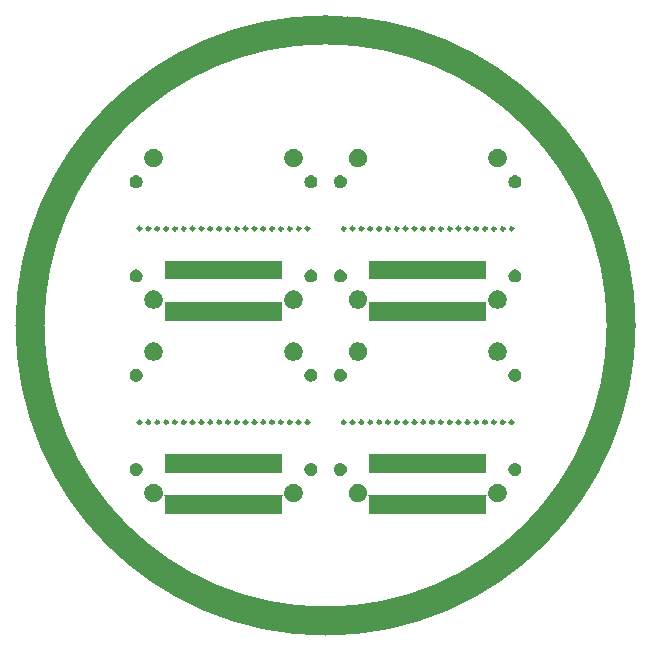
<source format=gbr>
G04 #@! TF.GenerationSoftware,KiCad,Pcbnew,(5.1.4)-1*
G04 #@! TF.CreationDate,2019-10-08T18:00:11-06:00*
G04 #@! TF.ProjectId,Gateway02,47617465-7761-4793-9032-2e6b69636164,rev?*
G04 #@! TF.SameCoordinates,Original*
G04 #@! TF.FileFunction,Soldermask,Top*
G04 #@! TF.FilePolarity,Negative*
%FSLAX46Y46*%
G04 Gerber Fmt 4.6, Leading zero omitted, Abs format (unit mm)*
G04 Created by KiCad (PCBNEW (5.1.4)-1) date 2019-10-08 18:00:11*
%MOMM*%
%LPD*%
G04 APERTURE LIST*
%ADD10C,0.150000*%
%ADD11C,0.250000*%
%ADD12C,2.450000*%
%ADD13C,0.100000*%
G04 APERTURE END LIST*
D10*
X95434000Y-105443000D02*
G75*
G03X95434000Y-105443000I-50000J0D01*
G01*
X108154000Y-105443000D02*
G75*
G03X108154000Y-105443000I-50000J0D01*
G01*
D11*
X108254000Y-105443000D02*
G75*
G03X108254000Y-105443000I-150000J0D01*
G01*
D10*
X98434000Y-105443000D02*
G75*
G03X98434000Y-105443000I-50000J0D01*
G01*
D11*
X97034000Y-105443000D02*
G75*
G03X97034000Y-105443000I-150000J0D01*
G01*
D10*
X96184000Y-105443000D02*
G75*
G03X96184000Y-105443000I-50000J0D01*
G01*
D11*
X95534000Y-105443000D02*
G75*
G03X95534000Y-105443000I-150000J0D01*
G01*
D10*
X96934000Y-105443000D02*
G75*
G03X96934000Y-105443000I-50000J0D01*
G01*
D11*
X98534000Y-105443000D02*
G75*
G03X98534000Y-105443000I-150000J0D01*
G01*
D10*
X106654000Y-105443000D02*
G75*
G03X106654000Y-105443000I-50000J0D01*
G01*
D11*
X107504000Y-105443000D02*
G75*
G03X107504000Y-105443000I-150000J0D01*
G01*
X96284000Y-105443000D02*
G75*
G03X96284000Y-105443000I-150000J0D01*
G01*
X109004000Y-105443000D02*
G75*
G03X109004000Y-105443000I-150000J0D01*
G01*
D10*
X107404000Y-105443000D02*
G75*
G03X107404000Y-105443000I-50000J0D01*
G01*
X109654000Y-105443000D02*
G75*
G03X109654000Y-105443000I-50000J0D01*
G01*
D11*
X106754000Y-105443000D02*
G75*
G03X106754000Y-105443000I-150000J0D01*
G01*
D10*
X108904000Y-105443000D02*
G75*
G03X108904000Y-105443000I-50000J0D01*
G01*
D11*
X109754000Y-105443000D02*
G75*
G03X109754000Y-105443000I-150000J0D01*
G01*
D10*
X97684000Y-105443000D02*
G75*
G03X97684000Y-105443000I-50000J0D01*
G01*
D11*
X97784000Y-105443000D02*
G75*
G03X97784000Y-105443000I-150000J0D01*
G01*
D10*
X99174000Y-105443000D02*
G75*
G03X99174000Y-105443000I-50000J0D01*
G01*
X104424000Y-105443000D02*
G75*
G03X104424000Y-105443000I-50000J0D01*
G01*
D11*
X99274000Y-105443000D02*
G75*
G03X99274000Y-105443000I-150000J0D01*
G01*
D10*
X103674000Y-105443000D02*
G75*
G03X103674000Y-105443000I-50000J0D01*
G01*
X105924000Y-105443000D02*
G75*
G03X105924000Y-105443000I-50000J0D01*
G01*
D11*
X105264000Y-105443000D02*
G75*
G03X105264000Y-105443000I-150000J0D01*
G01*
D10*
X105174000Y-105443000D02*
G75*
G03X105174000Y-105443000I-50000J0D01*
G01*
X102924000Y-105443000D02*
G75*
G03X102924000Y-105443000I-50000J0D01*
G01*
D11*
X106014000Y-105443000D02*
G75*
G03X106014000Y-105443000I-150000J0D01*
G01*
X103014000Y-105443000D02*
G75*
G03X103014000Y-105443000I-150000J0D01*
G01*
X103764000Y-105443000D02*
G75*
G03X103764000Y-105443000I-150000J0D01*
G01*
D10*
X102174000Y-105443000D02*
G75*
G03X102174000Y-105443000I-50000J0D01*
G01*
D11*
X102274000Y-105443000D02*
G75*
G03X102274000Y-105443000I-150000J0D01*
G01*
X101524000Y-105443000D02*
G75*
G03X101524000Y-105443000I-150000J0D01*
G01*
D10*
X99924000Y-105443000D02*
G75*
G03X99924000Y-105443000I-50000J0D01*
G01*
D11*
X100774000Y-105443000D02*
G75*
G03X100774000Y-105443000I-150000J0D01*
G01*
X104514000Y-105443000D02*
G75*
G03X104514000Y-105443000I-150000J0D01*
G01*
D10*
X101424000Y-105443000D02*
G75*
G03X101424000Y-105443000I-50000J0D01*
G01*
X100674000Y-105443000D02*
G75*
G03X100674000Y-105443000I-50000J0D01*
G01*
D11*
X100024000Y-105443000D02*
G75*
G03X100024000Y-105443000I-150000J0D01*
G01*
D10*
X78150000Y-105443000D02*
G75*
G03X78150000Y-105443000I-50000J0D01*
G01*
X90870000Y-105443000D02*
G75*
G03X90870000Y-105443000I-50000J0D01*
G01*
D11*
X90970000Y-105443000D02*
G75*
G03X90970000Y-105443000I-150000J0D01*
G01*
D10*
X81150000Y-105443000D02*
G75*
G03X81150000Y-105443000I-50000J0D01*
G01*
D11*
X79750000Y-105443000D02*
G75*
G03X79750000Y-105443000I-150000J0D01*
G01*
D10*
X78900000Y-105443000D02*
G75*
G03X78900000Y-105443000I-50000J0D01*
G01*
D11*
X78250000Y-105443000D02*
G75*
G03X78250000Y-105443000I-150000J0D01*
G01*
D10*
X79650000Y-105443000D02*
G75*
G03X79650000Y-105443000I-50000J0D01*
G01*
D11*
X81250000Y-105443000D02*
G75*
G03X81250000Y-105443000I-150000J0D01*
G01*
D10*
X89370000Y-105443000D02*
G75*
G03X89370000Y-105443000I-50000J0D01*
G01*
D11*
X90220000Y-105443000D02*
G75*
G03X90220000Y-105443000I-150000J0D01*
G01*
X79000000Y-105443000D02*
G75*
G03X79000000Y-105443000I-150000J0D01*
G01*
X91720000Y-105443000D02*
G75*
G03X91720000Y-105443000I-150000J0D01*
G01*
D10*
X90120000Y-105443000D02*
G75*
G03X90120000Y-105443000I-50000J0D01*
G01*
X92370000Y-105443000D02*
G75*
G03X92370000Y-105443000I-50000J0D01*
G01*
D11*
X89470000Y-105443000D02*
G75*
G03X89470000Y-105443000I-150000J0D01*
G01*
D10*
X91620000Y-105443000D02*
G75*
G03X91620000Y-105443000I-50000J0D01*
G01*
D11*
X92470000Y-105443000D02*
G75*
G03X92470000Y-105443000I-150000J0D01*
G01*
D10*
X80400000Y-105443000D02*
G75*
G03X80400000Y-105443000I-50000J0D01*
G01*
D11*
X80500000Y-105443000D02*
G75*
G03X80500000Y-105443000I-150000J0D01*
G01*
D10*
X81890000Y-105443000D02*
G75*
G03X81890000Y-105443000I-50000J0D01*
G01*
X87140000Y-105443000D02*
G75*
G03X87140000Y-105443000I-50000J0D01*
G01*
D11*
X81990000Y-105443000D02*
G75*
G03X81990000Y-105443000I-150000J0D01*
G01*
D10*
X86390000Y-105443000D02*
G75*
G03X86390000Y-105443000I-50000J0D01*
G01*
X88640000Y-105443000D02*
G75*
G03X88640000Y-105443000I-50000J0D01*
G01*
D11*
X87980000Y-105443000D02*
G75*
G03X87980000Y-105443000I-150000J0D01*
G01*
D10*
X87890000Y-105443000D02*
G75*
G03X87890000Y-105443000I-50000J0D01*
G01*
X85640000Y-105443000D02*
G75*
G03X85640000Y-105443000I-50000J0D01*
G01*
D11*
X88730000Y-105443000D02*
G75*
G03X88730000Y-105443000I-150000J0D01*
G01*
X85730000Y-105443000D02*
G75*
G03X85730000Y-105443000I-150000J0D01*
G01*
X86480000Y-105443000D02*
G75*
G03X86480000Y-105443000I-150000J0D01*
G01*
D10*
X84890000Y-105443000D02*
G75*
G03X84890000Y-105443000I-50000J0D01*
G01*
D11*
X84990000Y-105443000D02*
G75*
G03X84990000Y-105443000I-150000J0D01*
G01*
X84240000Y-105443000D02*
G75*
G03X84240000Y-105443000I-150000J0D01*
G01*
D10*
X82640000Y-105443000D02*
G75*
G03X82640000Y-105443000I-50000J0D01*
G01*
D11*
X83490000Y-105443000D02*
G75*
G03X83490000Y-105443000I-150000J0D01*
G01*
X87230000Y-105443000D02*
G75*
G03X87230000Y-105443000I-150000J0D01*
G01*
D10*
X84140000Y-105443000D02*
G75*
G03X84140000Y-105443000I-50000J0D01*
G01*
X83390000Y-105443000D02*
G75*
G03X83390000Y-105443000I-50000J0D01*
G01*
D11*
X82740000Y-105443000D02*
G75*
G03X82740000Y-105443000I-150000J0D01*
G01*
D10*
X95434000Y-89057000D02*
G75*
G03X95434000Y-89057000I-50000J0D01*
G01*
X108154000Y-89057000D02*
G75*
G03X108154000Y-89057000I-50000J0D01*
G01*
D11*
X108254000Y-89057000D02*
G75*
G03X108254000Y-89057000I-150000J0D01*
G01*
D10*
X98434000Y-89057000D02*
G75*
G03X98434000Y-89057000I-50000J0D01*
G01*
D11*
X97034000Y-89057000D02*
G75*
G03X97034000Y-89057000I-150000J0D01*
G01*
D10*
X96184000Y-89057000D02*
G75*
G03X96184000Y-89057000I-50000J0D01*
G01*
D11*
X95534000Y-89057000D02*
G75*
G03X95534000Y-89057000I-150000J0D01*
G01*
D10*
X96934000Y-89057000D02*
G75*
G03X96934000Y-89057000I-50000J0D01*
G01*
D11*
X98534000Y-89057000D02*
G75*
G03X98534000Y-89057000I-150000J0D01*
G01*
D10*
X106654000Y-89057000D02*
G75*
G03X106654000Y-89057000I-50000J0D01*
G01*
D11*
X107504000Y-89057000D02*
G75*
G03X107504000Y-89057000I-150000J0D01*
G01*
X96284000Y-89057000D02*
G75*
G03X96284000Y-89057000I-150000J0D01*
G01*
X109004000Y-89057000D02*
G75*
G03X109004000Y-89057000I-150000J0D01*
G01*
D10*
X107404000Y-89057000D02*
G75*
G03X107404000Y-89057000I-50000J0D01*
G01*
X109654000Y-89057000D02*
G75*
G03X109654000Y-89057000I-50000J0D01*
G01*
D11*
X106754000Y-89057000D02*
G75*
G03X106754000Y-89057000I-150000J0D01*
G01*
D10*
X108904000Y-89057000D02*
G75*
G03X108904000Y-89057000I-50000J0D01*
G01*
D11*
X109754000Y-89057000D02*
G75*
G03X109754000Y-89057000I-150000J0D01*
G01*
D10*
X97684000Y-89057000D02*
G75*
G03X97684000Y-89057000I-50000J0D01*
G01*
D11*
X97784000Y-89057000D02*
G75*
G03X97784000Y-89057000I-150000J0D01*
G01*
D10*
X99174000Y-89057000D02*
G75*
G03X99174000Y-89057000I-50000J0D01*
G01*
X104424000Y-89057000D02*
G75*
G03X104424000Y-89057000I-50000J0D01*
G01*
D11*
X99274000Y-89057000D02*
G75*
G03X99274000Y-89057000I-150000J0D01*
G01*
D10*
X103674000Y-89057000D02*
G75*
G03X103674000Y-89057000I-50000J0D01*
G01*
X105924000Y-89057000D02*
G75*
G03X105924000Y-89057000I-50000J0D01*
G01*
D11*
X105264000Y-89057000D02*
G75*
G03X105264000Y-89057000I-150000J0D01*
G01*
D10*
X105174000Y-89057000D02*
G75*
G03X105174000Y-89057000I-50000J0D01*
G01*
X102924000Y-89057000D02*
G75*
G03X102924000Y-89057000I-50000J0D01*
G01*
D11*
X106014000Y-89057000D02*
G75*
G03X106014000Y-89057000I-150000J0D01*
G01*
X103014000Y-89057000D02*
G75*
G03X103014000Y-89057000I-150000J0D01*
G01*
X103764000Y-89057000D02*
G75*
G03X103764000Y-89057000I-150000J0D01*
G01*
D10*
X102174000Y-89057000D02*
G75*
G03X102174000Y-89057000I-50000J0D01*
G01*
D11*
X102274000Y-89057000D02*
G75*
G03X102274000Y-89057000I-150000J0D01*
G01*
X101524000Y-89057000D02*
G75*
G03X101524000Y-89057000I-150000J0D01*
G01*
D10*
X99924000Y-89057000D02*
G75*
G03X99924000Y-89057000I-50000J0D01*
G01*
D11*
X100774000Y-89057000D02*
G75*
G03X100774000Y-89057000I-150000J0D01*
G01*
X104514000Y-89057000D02*
G75*
G03X104514000Y-89057000I-150000J0D01*
G01*
D10*
X101424000Y-89057000D02*
G75*
G03X101424000Y-89057000I-50000J0D01*
G01*
X100674000Y-89057000D02*
G75*
G03X100674000Y-89057000I-50000J0D01*
G01*
D11*
X100024000Y-89057000D02*
G75*
G03X100024000Y-89057000I-150000J0D01*
G01*
D10*
X78150000Y-89057000D02*
G75*
G03X78150000Y-89057000I-50000J0D01*
G01*
D11*
X78250000Y-89057000D02*
G75*
G03X78250000Y-89057000I-150000J0D01*
G01*
D10*
X81150000Y-89057000D02*
G75*
G03X81150000Y-89057000I-50000J0D01*
G01*
D11*
X81250000Y-89057000D02*
G75*
G03X81250000Y-89057000I-150000J0D01*
G01*
X80500000Y-89057000D02*
G75*
G03X80500000Y-89057000I-150000J0D01*
G01*
D10*
X78900000Y-89057000D02*
G75*
G03X78900000Y-89057000I-50000J0D01*
G01*
D11*
X79750000Y-89057000D02*
G75*
G03X79750000Y-89057000I-150000J0D01*
G01*
D10*
X80400000Y-89057000D02*
G75*
G03X80400000Y-89057000I-50000J0D01*
G01*
X79650000Y-89057000D02*
G75*
G03X79650000Y-89057000I-50000J0D01*
G01*
D11*
X79000000Y-89057000D02*
G75*
G03X79000000Y-89057000I-150000J0D01*
G01*
D10*
X90870000Y-89057000D02*
G75*
G03X90870000Y-89057000I-50000J0D01*
G01*
X90120000Y-89057000D02*
G75*
G03X90120000Y-89057000I-50000J0D01*
G01*
X92370000Y-89057000D02*
G75*
G03X92370000Y-89057000I-50000J0D01*
G01*
D11*
X91720000Y-89057000D02*
G75*
G03X91720000Y-89057000I-150000J0D01*
G01*
D10*
X91620000Y-89057000D02*
G75*
G03X91620000Y-89057000I-50000J0D01*
G01*
X89370000Y-89057000D02*
G75*
G03X89370000Y-89057000I-50000J0D01*
G01*
D11*
X92470000Y-89057000D02*
G75*
G03X92470000Y-89057000I-150000J0D01*
G01*
X89470000Y-89057000D02*
G75*
G03X89470000Y-89057000I-150000J0D01*
G01*
X90220000Y-89057000D02*
G75*
G03X90220000Y-89057000I-150000J0D01*
G01*
X90970000Y-89057000D02*
G75*
G03X90970000Y-89057000I-150000J0D01*
G01*
X82740000Y-89057000D02*
G75*
G03X82740000Y-89057000I-150000J0D01*
G01*
D10*
X83390000Y-89057000D02*
G75*
G03X83390000Y-89057000I-50000J0D01*
G01*
X84140000Y-89057000D02*
G75*
G03X84140000Y-89057000I-50000J0D01*
G01*
D11*
X87230000Y-89057000D02*
G75*
G03X87230000Y-89057000I-150000J0D01*
G01*
X83490000Y-89057000D02*
G75*
G03X83490000Y-89057000I-150000J0D01*
G01*
D10*
X82640000Y-89057000D02*
G75*
G03X82640000Y-89057000I-50000J0D01*
G01*
D11*
X84240000Y-89057000D02*
G75*
G03X84240000Y-89057000I-150000J0D01*
G01*
X84990000Y-89057000D02*
G75*
G03X84990000Y-89057000I-150000J0D01*
G01*
D10*
X84890000Y-89057000D02*
G75*
G03X84890000Y-89057000I-50000J0D01*
G01*
D11*
X86480000Y-89057000D02*
G75*
G03X86480000Y-89057000I-150000J0D01*
G01*
X85730000Y-89057000D02*
G75*
G03X85730000Y-89057000I-150000J0D01*
G01*
X88730000Y-89057000D02*
G75*
G03X88730000Y-89057000I-150000J0D01*
G01*
D10*
X85640000Y-89057000D02*
G75*
G03X85640000Y-89057000I-50000J0D01*
G01*
X87890000Y-89057000D02*
G75*
G03X87890000Y-89057000I-50000J0D01*
G01*
D11*
X87980000Y-89057000D02*
G75*
G03X87980000Y-89057000I-150000J0D01*
G01*
D10*
X88640000Y-89057000D02*
G75*
G03X88640000Y-89057000I-50000J0D01*
G01*
X86390000Y-89057000D02*
G75*
G03X86390000Y-89057000I-50000J0D01*
G01*
D11*
X81990000Y-89057000D02*
G75*
G03X81990000Y-89057000I-150000J0D01*
G01*
D10*
X87140000Y-89057000D02*
G75*
G03X87140000Y-89057000I-50000J0D01*
G01*
X81890000Y-89057000D02*
G75*
G03X81890000Y-89057000I-50000J0D01*
G01*
D12*
X118877000Y-97250000D02*
G75*
G03X118877000Y-97250000I-25025000J0D01*
G01*
D13*
G36*
X90215553Y-111643481D02*
G01*
X90196611Y-111659026D01*
X90181066Y-111677968D01*
X90169515Y-111699579D01*
X90162402Y-111723028D01*
X90160000Y-111747413D01*
X90160000Y-113243000D01*
X80260000Y-113243000D01*
X80260000Y-111747413D01*
X80257598Y-111723027D01*
X80250485Y-111699578D01*
X80238934Y-111677967D01*
X80223389Y-111659025D01*
X80204447Y-111643480D01*
X80203549Y-111643000D01*
X90216453Y-111643000D01*
X90215553Y-111643481D01*
X90215553Y-111643481D01*
G37*
G36*
X107499553Y-111643481D02*
G01*
X107480611Y-111659026D01*
X107465066Y-111677968D01*
X107453515Y-111699579D01*
X107446402Y-111723028D01*
X107444000Y-111747413D01*
X107444000Y-113243000D01*
X97544000Y-113243000D01*
X97544000Y-111747413D01*
X97541598Y-111723027D01*
X97534485Y-111699578D01*
X97522934Y-111677967D01*
X97507389Y-111659025D01*
X97488447Y-111643480D01*
X97487549Y-111643000D01*
X107500453Y-111643000D01*
X107499553Y-111643481D01*
X107499553Y-111643481D01*
G37*
G36*
X108640348Y-110686820D02*
G01*
X108640350Y-110686821D01*
X108640351Y-110686821D01*
X108781574Y-110745317D01*
X108781577Y-110745319D01*
X108908669Y-110830239D01*
X109016761Y-110938331D01*
X109101681Y-111065423D01*
X109101683Y-111065426D01*
X109160179Y-111206649D01*
X109160180Y-111206652D01*
X109190000Y-111356569D01*
X109190000Y-111509431D01*
X109163432Y-111643000D01*
X109160179Y-111659351D01*
X109101683Y-111800574D01*
X109101681Y-111800577D01*
X109016761Y-111927669D01*
X108908669Y-112035761D01*
X108781577Y-112120681D01*
X108781574Y-112120683D01*
X108640351Y-112179179D01*
X108640350Y-112179179D01*
X108640348Y-112179180D01*
X108490431Y-112209000D01*
X108337569Y-112209000D01*
X108187652Y-112179180D01*
X108187650Y-112179179D01*
X108187649Y-112179179D01*
X108046426Y-112120683D01*
X108046423Y-112120681D01*
X107919331Y-112035761D01*
X107811239Y-111927669D01*
X107726319Y-111800577D01*
X107726317Y-111800574D01*
X107684483Y-111699577D01*
X107672931Y-111677967D01*
X107657386Y-111659025D01*
X107638444Y-111643480D01*
X107616833Y-111631929D01*
X107593384Y-111624816D01*
X107579596Y-111623458D01*
X107582447Y-111621934D01*
X107601389Y-111606389D01*
X107616934Y-111587447D01*
X107628485Y-111565836D01*
X107635598Y-111542387D01*
X107638000Y-111518001D01*
X107638000Y-111356569D01*
X107667820Y-111206652D01*
X107667821Y-111206649D01*
X107726317Y-111065426D01*
X107726319Y-111065423D01*
X107811239Y-110938331D01*
X107919331Y-110830239D01*
X108046423Y-110745319D01*
X108046426Y-110745317D01*
X108187649Y-110686821D01*
X108187650Y-110686821D01*
X108187652Y-110686820D01*
X108337569Y-110657000D01*
X108490431Y-110657000D01*
X108640348Y-110686820D01*
X108640348Y-110686820D01*
G37*
G36*
X96800348Y-110686820D02*
G01*
X96800350Y-110686821D01*
X96800351Y-110686821D01*
X96941574Y-110745317D01*
X96941577Y-110745319D01*
X97068669Y-110830239D01*
X97176761Y-110938331D01*
X97261681Y-111065423D01*
X97261683Y-111065426D01*
X97320179Y-111206649D01*
X97320180Y-111206652D01*
X97350000Y-111356569D01*
X97350000Y-111518001D01*
X97352402Y-111542387D01*
X97359515Y-111565836D01*
X97371066Y-111587447D01*
X97386611Y-111606389D01*
X97405553Y-111621934D01*
X97408404Y-111623458D01*
X97394615Y-111624816D01*
X97371166Y-111631929D01*
X97349555Y-111643480D01*
X97330613Y-111659025D01*
X97315068Y-111677967D01*
X97303517Y-111699577D01*
X97261683Y-111800574D01*
X97261681Y-111800577D01*
X97176761Y-111927669D01*
X97068669Y-112035761D01*
X96941577Y-112120681D01*
X96941574Y-112120683D01*
X96800351Y-112179179D01*
X96800350Y-112179179D01*
X96800348Y-112179180D01*
X96650431Y-112209000D01*
X96497569Y-112209000D01*
X96347652Y-112179180D01*
X96347650Y-112179179D01*
X96347649Y-112179179D01*
X96206426Y-112120683D01*
X96206423Y-112120681D01*
X96079331Y-112035761D01*
X95971239Y-111927669D01*
X95886319Y-111800577D01*
X95886317Y-111800574D01*
X95827821Y-111659351D01*
X95824569Y-111643000D01*
X95798000Y-111509431D01*
X95798000Y-111356569D01*
X95827820Y-111206652D01*
X95827821Y-111206649D01*
X95886317Y-111065426D01*
X95886319Y-111065423D01*
X95971239Y-110938331D01*
X96079331Y-110830239D01*
X96206423Y-110745319D01*
X96206426Y-110745317D01*
X96347649Y-110686821D01*
X96347650Y-110686821D01*
X96347652Y-110686820D01*
X96497569Y-110657000D01*
X96650431Y-110657000D01*
X96800348Y-110686820D01*
X96800348Y-110686820D01*
G37*
G36*
X91356348Y-110686820D02*
G01*
X91356350Y-110686821D01*
X91356351Y-110686821D01*
X91497574Y-110745317D01*
X91497577Y-110745319D01*
X91624669Y-110830239D01*
X91732761Y-110938331D01*
X91817681Y-111065423D01*
X91817683Y-111065426D01*
X91876179Y-111206649D01*
X91876180Y-111206652D01*
X91906000Y-111356569D01*
X91906000Y-111509431D01*
X91879432Y-111643000D01*
X91876179Y-111659351D01*
X91817683Y-111800574D01*
X91817681Y-111800577D01*
X91732761Y-111927669D01*
X91624669Y-112035761D01*
X91497577Y-112120681D01*
X91497574Y-112120683D01*
X91356351Y-112179179D01*
X91356350Y-112179179D01*
X91356348Y-112179180D01*
X91206431Y-112209000D01*
X91053569Y-112209000D01*
X90903652Y-112179180D01*
X90903650Y-112179179D01*
X90903649Y-112179179D01*
X90762426Y-112120683D01*
X90762423Y-112120681D01*
X90635331Y-112035761D01*
X90527239Y-111927669D01*
X90442319Y-111800577D01*
X90442317Y-111800574D01*
X90400483Y-111699577D01*
X90388931Y-111677967D01*
X90373386Y-111659025D01*
X90354444Y-111643480D01*
X90332833Y-111631929D01*
X90309384Y-111624816D01*
X90295596Y-111623458D01*
X90298447Y-111621934D01*
X90317389Y-111606389D01*
X90332934Y-111587447D01*
X90344485Y-111565836D01*
X90351598Y-111542387D01*
X90354000Y-111518001D01*
X90354000Y-111356569D01*
X90383820Y-111206652D01*
X90383821Y-111206649D01*
X90442317Y-111065426D01*
X90442319Y-111065423D01*
X90527239Y-110938331D01*
X90635331Y-110830239D01*
X90762423Y-110745319D01*
X90762426Y-110745317D01*
X90903649Y-110686821D01*
X90903650Y-110686821D01*
X90903652Y-110686820D01*
X91053569Y-110657000D01*
X91206431Y-110657000D01*
X91356348Y-110686820D01*
X91356348Y-110686820D01*
G37*
G36*
X79516348Y-110686820D02*
G01*
X79516350Y-110686821D01*
X79516351Y-110686821D01*
X79657574Y-110745317D01*
X79657577Y-110745319D01*
X79784669Y-110830239D01*
X79892761Y-110938331D01*
X79977681Y-111065423D01*
X79977683Y-111065426D01*
X80036179Y-111206649D01*
X80036180Y-111206652D01*
X80066000Y-111356569D01*
X80066000Y-111518001D01*
X80068402Y-111542387D01*
X80075515Y-111565836D01*
X80087066Y-111587447D01*
X80102611Y-111606389D01*
X80121553Y-111621934D01*
X80124404Y-111623458D01*
X80110615Y-111624816D01*
X80087166Y-111631929D01*
X80065555Y-111643480D01*
X80046613Y-111659025D01*
X80031068Y-111677967D01*
X80019517Y-111699577D01*
X79977683Y-111800574D01*
X79977681Y-111800577D01*
X79892761Y-111927669D01*
X79784669Y-112035761D01*
X79657577Y-112120681D01*
X79657574Y-112120683D01*
X79516351Y-112179179D01*
X79516350Y-112179179D01*
X79516348Y-112179180D01*
X79366431Y-112209000D01*
X79213569Y-112209000D01*
X79063652Y-112179180D01*
X79063650Y-112179179D01*
X79063649Y-112179179D01*
X78922426Y-112120683D01*
X78922423Y-112120681D01*
X78795331Y-112035761D01*
X78687239Y-111927669D01*
X78602319Y-111800577D01*
X78602317Y-111800574D01*
X78543821Y-111659351D01*
X78540569Y-111643000D01*
X78514000Y-111509431D01*
X78514000Y-111356569D01*
X78543820Y-111206652D01*
X78543821Y-111206649D01*
X78602317Y-111065426D01*
X78602319Y-111065423D01*
X78687239Y-110938331D01*
X78795331Y-110830239D01*
X78922423Y-110745319D01*
X78922426Y-110745317D01*
X79063649Y-110686821D01*
X79063650Y-110686821D01*
X79063652Y-110686820D01*
X79213569Y-110657000D01*
X79366431Y-110657000D01*
X79516348Y-110686820D01*
X79516348Y-110686820D01*
G37*
G36*
X95259721Y-108903174D02*
G01*
X95359995Y-108944709D01*
X95359996Y-108944710D01*
X95450242Y-109005010D01*
X95526990Y-109081758D01*
X95526991Y-109081760D01*
X95587291Y-109172005D01*
X95628826Y-109272279D01*
X95650000Y-109378730D01*
X95650000Y-109487270D01*
X95628826Y-109593721D01*
X95587291Y-109693995D01*
X95587290Y-109693996D01*
X95526990Y-109784242D01*
X95450242Y-109860990D01*
X95404812Y-109891345D01*
X95359995Y-109921291D01*
X95259721Y-109962826D01*
X95153270Y-109984000D01*
X95044730Y-109984000D01*
X94938279Y-109962826D01*
X94838005Y-109921291D01*
X94793188Y-109891345D01*
X94747758Y-109860990D01*
X94671010Y-109784242D01*
X94610710Y-109693996D01*
X94610709Y-109693995D01*
X94569174Y-109593721D01*
X94548000Y-109487270D01*
X94548000Y-109378730D01*
X94569174Y-109272279D01*
X94610709Y-109172005D01*
X94671009Y-109081760D01*
X94671010Y-109081758D01*
X94747758Y-109005010D01*
X94838004Y-108944710D01*
X94838005Y-108944709D01*
X94938279Y-108903174D01*
X95044730Y-108882000D01*
X95153270Y-108882000D01*
X95259721Y-108903174D01*
X95259721Y-108903174D01*
G37*
G36*
X110049721Y-108903174D02*
G01*
X110149995Y-108944709D01*
X110149996Y-108944710D01*
X110240242Y-109005010D01*
X110316990Y-109081758D01*
X110316991Y-109081760D01*
X110377291Y-109172005D01*
X110418826Y-109272279D01*
X110440000Y-109378730D01*
X110440000Y-109487270D01*
X110418826Y-109593721D01*
X110377291Y-109693995D01*
X110377290Y-109693996D01*
X110316990Y-109784242D01*
X110240242Y-109860990D01*
X110194812Y-109891345D01*
X110149995Y-109921291D01*
X110049721Y-109962826D01*
X109943270Y-109984000D01*
X109834730Y-109984000D01*
X109728279Y-109962826D01*
X109628005Y-109921291D01*
X109583188Y-109891345D01*
X109537758Y-109860990D01*
X109461010Y-109784242D01*
X109400710Y-109693996D01*
X109400709Y-109693995D01*
X109359174Y-109593721D01*
X109338000Y-109487270D01*
X109338000Y-109378730D01*
X109359174Y-109272279D01*
X109400709Y-109172005D01*
X109461009Y-109081760D01*
X109461010Y-109081758D01*
X109537758Y-109005010D01*
X109628004Y-108944710D01*
X109628005Y-108944709D01*
X109728279Y-108903174D01*
X109834730Y-108882000D01*
X109943270Y-108882000D01*
X110049721Y-108903174D01*
X110049721Y-108903174D01*
G37*
G36*
X92765721Y-108903174D02*
G01*
X92865995Y-108944709D01*
X92865996Y-108944710D01*
X92956242Y-109005010D01*
X93032990Y-109081758D01*
X93032991Y-109081760D01*
X93093291Y-109172005D01*
X93134826Y-109272279D01*
X93156000Y-109378730D01*
X93156000Y-109487270D01*
X93134826Y-109593721D01*
X93093291Y-109693995D01*
X93093290Y-109693996D01*
X93032990Y-109784242D01*
X92956242Y-109860990D01*
X92910812Y-109891345D01*
X92865995Y-109921291D01*
X92765721Y-109962826D01*
X92659270Y-109984000D01*
X92550730Y-109984000D01*
X92444279Y-109962826D01*
X92344005Y-109921291D01*
X92299188Y-109891345D01*
X92253758Y-109860990D01*
X92177010Y-109784242D01*
X92116710Y-109693996D01*
X92116709Y-109693995D01*
X92075174Y-109593721D01*
X92054000Y-109487270D01*
X92054000Y-109378730D01*
X92075174Y-109272279D01*
X92116709Y-109172005D01*
X92177009Y-109081760D01*
X92177010Y-109081758D01*
X92253758Y-109005010D01*
X92344004Y-108944710D01*
X92344005Y-108944709D01*
X92444279Y-108903174D01*
X92550730Y-108882000D01*
X92659270Y-108882000D01*
X92765721Y-108903174D01*
X92765721Y-108903174D01*
G37*
G36*
X77975721Y-108903174D02*
G01*
X78075995Y-108944709D01*
X78075996Y-108944710D01*
X78166242Y-109005010D01*
X78242990Y-109081758D01*
X78242991Y-109081760D01*
X78303291Y-109172005D01*
X78344826Y-109272279D01*
X78366000Y-109378730D01*
X78366000Y-109487270D01*
X78344826Y-109593721D01*
X78303291Y-109693995D01*
X78303290Y-109693996D01*
X78242990Y-109784242D01*
X78166242Y-109860990D01*
X78120812Y-109891345D01*
X78075995Y-109921291D01*
X77975721Y-109962826D01*
X77869270Y-109984000D01*
X77760730Y-109984000D01*
X77654279Y-109962826D01*
X77554005Y-109921291D01*
X77509188Y-109891345D01*
X77463758Y-109860990D01*
X77387010Y-109784242D01*
X77326710Y-109693996D01*
X77326709Y-109693995D01*
X77285174Y-109593721D01*
X77264000Y-109487270D01*
X77264000Y-109378730D01*
X77285174Y-109272279D01*
X77326709Y-109172005D01*
X77387009Y-109081760D01*
X77387010Y-109081758D01*
X77463758Y-109005010D01*
X77554004Y-108944710D01*
X77554005Y-108944709D01*
X77654279Y-108903174D01*
X77760730Y-108882000D01*
X77869270Y-108882000D01*
X77975721Y-108903174D01*
X77975721Y-108903174D01*
G37*
G36*
X107444000Y-109743000D02*
G01*
X97544000Y-109743000D01*
X97544000Y-108143000D01*
X107444000Y-108143000D01*
X107444000Y-109743000D01*
X107444000Y-109743000D01*
G37*
G36*
X90160000Y-109743000D02*
G01*
X80260000Y-109743000D01*
X80260000Y-108143000D01*
X90160000Y-108143000D01*
X90160000Y-109743000D01*
X90160000Y-109743000D01*
G37*
G36*
X77975721Y-100923174D02*
G01*
X78075995Y-100964709D01*
X78075996Y-100964710D01*
X78166242Y-101025010D01*
X78242990Y-101101758D01*
X78242991Y-101101760D01*
X78303291Y-101192005D01*
X78344826Y-101292279D01*
X78366000Y-101398730D01*
X78366000Y-101507270D01*
X78344826Y-101613721D01*
X78303291Y-101713995D01*
X78303290Y-101713996D01*
X78242990Y-101804242D01*
X78166242Y-101880990D01*
X78120812Y-101911345D01*
X78075995Y-101941291D01*
X77975721Y-101982826D01*
X77869270Y-102004000D01*
X77760730Y-102004000D01*
X77654279Y-101982826D01*
X77554005Y-101941291D01*
X77509188Y-101911345D01*
X77463758Y-101880990D01*
X77387010Y-101804242D01*
X77326710Y-101713996D01*
X77326709Y-101713995D01*
X77285174Y-101613721D01*
X77264000Y-101507270D01*
X77264000Y-101398730D01*
X77285174Y-101292279D01*
X77326709Y-101192005D01*
X77387009Y-101101760D01*
X77387010Y-101101758D01*
X77463758Y-101025010D01*
X77554004Y-100964710D01*
X77554005Y-100964709D01*
X77654279Y-100923174D01*
X77760730Y-100902000D01*
X77869270Y-100902000D01*
X77975721Y-100923174D01*
X77975721Y-100923174D01*
G37*
G36*
X92765721Y-100923174D02*
G01*
X92865995Y-100964709D01*
X92865996Y-100964710D01*
X92956242Y-101025010D01*
X93032990Y-101101758D01*
X93032991Y-101101760D01*
X93093291Y-101192005D01*
X93134826Y-101292279D01*
X93156000Y-101398730D01*
X93156000Y-101507270D01*
X93134826Y-101613721D01*
X93093291Y-101713995D01*
X93093290Y-101713996D01*
X93032990Y-101804242D01*
X92956242Y-101880990D01*
X92910812Y-101911345D01*
X92865995Y-101941291D01*
X92765721Y-101982826D01*
X92659270Y-102004000D01*
X92550730Y-102004000D01*
X92444279Y-101982826D01*
X92344005Y-101941291D01*
X92299188Y-101911345D01*
X92253758Y-101880990D01*
X92177010Y-101804242D01*
X92116710Y-101713996D01*
X92116709Y-101713995D01*
X92075174Y-101613721D01*
X92054000Y-101507270D01*
X92054000Y-101398730D01*
X92075174Y-101292279D01*
X92116709Y-101192005D01*
X92177009Y-101101760D01*
X92177010Y-101101758D01*
X92253758Y-101025010D01*
X92344004Y-100964710D01*
X92344005Y-100964709D01*
X92444279Y-100923174D01*
X92550730Y-100902000D01*
X92659270Y-100902000D01*
X92765721Y-100923174D01*
X92765721Y-100923174D01*
G37*
G36*
X95259721Y-100923174D02*
G01*
X95359995Y-100964709D01*
X95359996Y-100964710D01*
X95450242Y-101025010D01*
X95526990Y-101101758D01*
X95526991Y-101101760D01*
X95587291Y-101192005D01*
X95628826Y-101292279D01*
X95650000Y-101398730D01*
X95650000Y-101507270D01*
X95628826Y-101613721D01*
X95587291Y-101713995D01*
X95587290Y-101713996D01*
X95526990Y-101804242D01*
X95450242Y-101880990D01*
X95404812Y-101911345D01*
X95359995Y-101941291D01*
X95259721Y-101982826D01*
X95153270Y-102004000D01*
X95044730Y-102004000D01*
X94938279Y-101982826D01*
X94838005Y-101941291D01*
X94793188Y-101911345D01*
X94747758Y-101880990D01*
X94671010Y-101804242D01*
X94610710Y-101713996D01*
X94610709Y-101713995D01*
X94569174Y-101613721D01*
X94548000Y-101507270D01*
X94548000Y-101398730D01*
X94569174Y-101292279D01*
X94610709Y-101192005D01*
X94671009Y-101101760D01*
X94671010Y-101101758D01*
X94747758Y-101025010D01*
X94838004Y-100964710D01*
X94838005Y-100964709D01*
X94938279Y-100923174D01*
X95044730Y-100902000D01*
X95153270Y-100902000D01*
X95259721Y-100923174D01*
X95259721Y-100923174D01*
G37*
G36*
X110049721Y-100923174D02*
G01*
X110149995Y-100964709D01*
X110149996Y-100964710D01*
X110240242Y-101025010D01*
X110316990Y-101101758D01*
X110316991Y-101101760D01*
X110377291Y-101192005D01*
X110418826Y-101292279D01*
X110440000Y-101398730D01*
X110440000Y-101507270D01*
X110418826Y-101613721D01*
X110377291Y-101713995D01*
X110377290Y-101713996D01*
X110316990Y-101804242D01*
X110240242Y-101880990D01*
X110194812Y-101911345D01*
X110149995Y-101941291D01*
X110049721Y-101982826D01*
X109943270Y-102004000D01*
X109834730Y-102004000D01*
X109728279Y-101982826D01*
X109628005Y-101941291D01*
X109583188Y-101911345D01*
X109537758Y-101880990D01*
X109461010Y-101804242D01*
X109400710Y-101713996D01*
X109400709Y-101713995D01*
X109359174Y-101613721D01*
X109338000Y-101507270D01*
X109338000Y-101398730D01*
X109359174Y-101292279D01*
X109400709Y-101192005D01*
X109461009Y-101101760D01*
X109461010Y-101101758D01*
X109537758Y-101025010D01*
X109628004Y-100964710D01*
X109628005Y-100964709D01*
X109728279Y-100923174D01*
X109834730Y-100902000D01*
X109943270Y-100902000D01*
X110049721Y-100923174D01*
X110049721Y-100923174D01*
G37*
G36*
X108640348Y-98706820D02*
G01*
X108640350Y-98706821D01*
X108640351Y-98706821D01*
X108781574Y-98765317D01*
X108781577Y-98765319D01*
X108908669Y-98850239D01*
X109016761Y-98958331D01*
X109101681Y-99085423D01*
X109101683Y-99085426D01*
X109160179Y-99226649D01*
X109190000Y-99376571D01*
X109190000Y-99529429D01*
X109160179Y-99679351D01*
X109101683Y-99820574D01*
X109101681Y-99820577D01*
X109016761Y-99947669D01*
X108908669Y-100055761D01*
X108781577Y-100140681D01*
X108781574Y-100140683D01*
X108640351Y-100199179D01*
X108640350Y-100199179D01*
X108640348Y-100199180D01*
X108490431Y-100229000D01*
X108337569Y-100229000D01*
X108187652Y-100199180D01*
X108187650Y-100199179D01*
X108187649Y-100199179D01*
X108046426Y-100140683D01*
X108046423Y-100140681D01*
X107919331Y-100055761D01*
X107811239Y-99947669D01*
X107726319Y-99820577D01*
X107726317Y-99820574D01*
X107667821Y-99679351D01*
X107638000Y-99529429D01*
X107638000Y-99376571D01*
X107667821Y-99226649D01*
X107726317Y-99085426D01*
X107726319Y-99085423D01*
X107811239Y-98958331D01*
X107919331Y-98850239D01*
X108046423Y-98765319D01*
X108046426Y-98765317D01*
X108187649Y-98706821D01*
X108187650Y-98706821D01*
X108187652Y-98706820D01*
X108337569Y-98677000D01*
X108490431Y-98677000D01*
X108640348Y-98706820D01*
X108640348Y-98706820D01*
G37*
G36*
X96800348Y-98706820D02*
G01*
X96800350Y-98706821D01*
X96800351Y-98706821D01*
X96941574Y-98765317D01*
X96941577Y-98765319D01*
X97068669Y-98850239D01*
X97176761Y-98958331D01*
X97261681Y-99085423D01*
X97261683Y-99085426D01*
X97320179Y-99226649D01*
X97350000Y-99376571D01*
X97350000Y-99529429D01*
X97320179Y-99679351D01*
X97261683Y-99820574D01*
X97261681Y-99820577D01*
X97176761Y-99947669D01*
X97068669Y-100055761D01*
X96941577Y-100140681D01*
X96941574Y-100140683D01*
X96800351Y-100199179D01*
X96800350Y-100199179D01*
X96800348Y-100199180D01*
X96650431Y-100229000D01*
X96497569Y-100229000D01*
X96347652Y-100199180D01*
X96347650Y-100199179D01*
X96347649Y-100199179D01*
X96206426Y-100140683D01*
X96206423Y-100140681D01*
X96079331Y-100055761D01*
X95971239Y-99947669D01*
X95886319Y-99820577D01*
X95886317Y-99820574D01*
X95827821Y-99679351D01*
X95798000Y-99529429D01*
X95798000Y-99376571D01*
X95827821Y-99226649D01*
X95886317Y-99085426D01*
X95886319Y-99085423D01*
X95971239Y-98958331D01*
X96079331Y-98850239D01*
X96206423Y-98765319D01*
X96206426Y-98765317D01*
X96347649Y-98706821D01*
X96347650Y-98706821D01*
X96347652Y-98706820D01*
X96497569Y-98677000D01*
X96650431Y-98677000D01*
X96800348Y-98706820D01*
X96800348Y-98706820D01*
G37*
G36*
X91356348Y-98706820D02*
G01*
X91356350Y-98706821D01*
X91356351Y-98706821D01*
X91497574Y-98765317D01*
X91497577Y-98765319D01*
X91624669Y-98850239D01*
X91732761Y-98958331D01*
X91817681Y-99085423D01*
X91817683Y-99085426D01*
X91876179Y-99226649D01*
X91906000Y-99376571D01*
X91906000Y-99529429D01*
X91876179Y-99679351D01*
X91817683Y-99820574D01*
X91817681Y-99820577D01*
X91732761Y-99947669D01*
X91624669Y-100055761D01*
X91497577Y-100140681D01*
X91497574Y-100140683D01*
X91356351Y-100199179D01*
X91356350Y-100199179D01*
X91356348Y-100199180D01*
X91206431Y-100229000D01*
X91053569Y-100229000D01*
X90903652Y-100199180D01*
X90903650Y-100199179D01*
X90903649Y-100199179D01*
X90762426Y-100140683D01*
X90762423Y-100140681D01*
X90635331Y-100055761D01*
X90527239Y-99947669D01*
X90442319Y-99820577D01*
X90442317Y-99820574D01*
X90383821Y-99679351D01*
X90354000Y-99529429D01*
X90354000Y-99376571D01*
X90383821Y-99226649D01*
X90442317Y-99085426D01*
X90442319Y-99085423D01*
X90527239Y-98958331D01*
X90635331Y-98850239D01*
X90762423Y-98765319D01*
X90762426Y-98765317D01*
X90903649Y-98706821D01*
X90903650Y-98706821D01*
X90903652Y-98706820D01*
X91053569Y-98677000D01*
X91206431Y-98677000D01*
X91356348Y-98706820D01*
X91356348Y-98706820D01*
G37*
G36*
X79516348Y-98706820D02*
G01*
X79516350Y-98706821D01*
X79516351Y-98706821D01*
X79657574Y-98765317D01*
X79657577Y-98765319D01*
X79784669Y-98850239D01*
X79892761Y-98958331D01*
X79977681Y-99085423D01*
X79977683Y-99085426D01*
X80036179Y-99226649D01*
X80066000Y-99376571D01*
X80066000Y-99529429D01*
X80036179Y-99679351D01*
X79977683Y-99820574D01*
X79977681Y-99820577D01*
X79892761Y-99947669D01*
X79784669Y-100055761D01*
X79657577Y-100140681D01*
X79657574Y-100140683D01*
X79516351Y-100199179D01*
X79516350Y-100199179D01*
X79516348Y-100199180D01*
X79366431Y-100229000D01*
X79213569Y-100229000D01*
X79063652Y-100199180D01*
X79063650Y-100199179D01*
X79063649Y-100199179D01*
X78922426Y-100140683D01*
X78922423Y-100140681D01*
X78795331Y-100055761D01*
X78687239Y-99947669D01*
X78602319Y-99820577D01*
X78602317Y-99820574D01*
X78543821Y-99679351D01*
X78514000Y-99529429D01*
X78514000Y-99376571D01*
X78543821Y-99226649D01*
X78602317Y-99085426D01*
X78602319Y-99085423D01*
X78687239Y-98958331D01*
X78795331Y-98850239D01*
X78922423Y-98765319D01*
X78922426Y-98765317D01*
X79063649Y-98706821D01*
X79063650Y-98706821D01*
X79063652Y-98706820D01*
X79213569Y-98677000D01*
X79366431Y-98677000D01*
X79516348Y-98706820D01*
X79516348Y-98706820D01*
G37*
G36*
X107499553Y-95257481D02*
G01*
X107480611Y-95273026D01*
X107465066Y-95291968D01*
X107453515Y-95313579D01*
X107446402Y-95337028D01*
X107444000Y-95361413D01*
X107444000Y-96857000D01*
X97544000Y-96857000D01*
X97544000Y-95361413D01*
X97541598Y-95337027D01*
X97534485Y-95313578D01*
X97522934Y-95291967D01*
X97507389Y-95273025D01*
X97488447Y-95257480D01*
X97487549Y-95257000D01*
X107500453Y-95257000D01*
X107499553Y-95257481D01*
X107499553Y-95257481D01*
G37*
G36*
X90215553Y-95257481D02*
G01*
X90196611Y-95273026D01*
X90181066Y-95291968D01*
X90169515Y-95313579D01*
X90162402Y-95337028D01*
X90160000Y-95361413D01*
X90160000Y-96857000D01*
X80260000Y-96857000D01*
X80260000Y-95361413D01*
X80257598Y-95337027D01*
X80250485Y-95313578D01*
X80238934Y-95291967D01*
X80223389Y-95273025D01*
X80204447Y-95257480D01*
X80203549Y-95257000D01*
X90216453Y-95257000D01*
X90215553Y-95257481D01*
X90215553Y-95257481D01*
G37*
G36*
X108640348Y-94300820D02*
G01*
X108640350Y-94300821D01*
X108640351Y-94300821D01*
X108781574Y-94359317D01*
X108781577Y-94359319D01*
X108908669Y-94444239D01*
X109016761Y-94552331D01*
X109101681Y-94679423D01*
X109101683Y-94679426D01*
X109160179Y-94820649D01*
X109160180Y-94820652D01*
X109190000Y-94970569D01*
X109190000Y-95123431D01*
X109163432Y-95257000D01*
X109160179Y-95273351D01*
X109101683Y-95414574D01*
X109101681Y-95414577D01*
X109016761Y-95541669D01*
X108908669Y-95649761D01*
X108781577Y-95734681D01*
X108781574Y-95734683D01*
X108640351Y-95793179D01*
X108640350Y-95793179D01*
X108640348Y-95793180D01*
X108490431Y-95823000D01*
X108337569Y-95823000D01*
X108187652Y-95793180D01*
X108187650Y-95793179D01*
X108187649Y-95793179D01*
X108046426Y-95734683D01*
X108046423Y-95734681D01*
X107919331Y-95649761D01*
X107811239Y-95541669D01*
X107726319Y-95414577D01*
X107726317Y-95414574D01*
X107684483Y-95313577D01*
X107672931Y-95291967D01*
X107657386Y-95273025D01*
X107638444Y-95257480D01*
X107616833Y-95245929D01*
X107593384Y-95238816D01*
X107579596Y-95237458D01*
X107582447Y-95235934D01*
X107601389Y-95220389D01*
X107616934Y-95201447D01*
X107628485Y-95179836D01*
X107635598Y-95156387D01*
X107638000Y-95132001D01*
X107638000Y-94970569D01*
X107667820Y-94820652D01*
X107667821Y-94820649D01*
X107726317Y-94679426D01*
X107726319Y-94679423D01*
X107811239Y-94552331D01*
X107919331Y-94444239D01*
X108046423Y-94359319D01*
X108046426Y-94359317D01*
X108187649Y-94300821D01*
X108187650Y-94300821D01*
X108187652Y-94300820D01*
X108337569Y-94271000D01*
X108490431Y-94271000D01*
X108640348Y-94300820D01*
X108640348Y-94300820D01*
G37*
G36*
X79516348Y-94300820D02*
G01*
X79516350Y-94300821D01*
X79516351Y-94300821D01*
X79657574Y-94359317D01*
X79657577Y-94359319D01*
X79784669Y-94444239D01*
X79892761Y-94552331D01*
X79977681Y-94679423D01*
X79977683Y-94679426D01*
X80036179Y-94820649D01*
X80036180Y-94820652D01*
X80066000Y-94970569D01*
X80066000Y-95132001D01*
X80068402Y-95156387D01*
X80075515Y-95179836D01*
X80087066Y-95201447D01*
X80102611Y-95220389D01*
X80121553Y-95235934D01*
X80124404Y-95237458D01*
X80110615Y-95238816D01*
X80087166Y-95245929D01*
X80065555Y-95257480D01*
X80046613Y-95273025D01*
X80031068Y-95291967D01*
X80019517Y-95313577D01*
X79977683Y-95414574D01*
X79977681Y-95414577D01*
X79892761Y-95541669D01*
X79784669Y-95649761D01*
X79657577Y-95734681D01*
X79657574Y-95734683D01*
X79516351Y-95793179D01*
X79516350Y-95793179D01*
X79516348Y-95793180D01*
X79366431Y-95823000D01*
X79213569Y-95823000D01*
X79063652Y-95793180D01*
X79063650Y-95793179D01*
X79063649Y-95793179D01*
X78922426Y-95734683D01*
X78922423Y-95734681D01*
X78795331Y-95649761D01*
X78687239Y-95541669D01*
X78602319Y-95414577D01*
X78602317Y-95414574D01*
X78543821Y-95273351D01*
X78540569Y-95257000D01*
X78514000Y-95123431D01*
X78514000Y-94970569D01*
X78543820Y-94820652D01*
X78543821Y-94820649D01*
X78602317Y-94679426D01*
X78602319Y-94679423D01*
X78687239Y-94552331D01*
X78795331Y-94444239D01*
X78922423Y-94359319D01*
X78922426Y-94359317D01*
X79063649Y-94300821D01*
X79063650Y-94300821D01*
X79063652Y-94300820D01*
X79213569Y-94271000D01*
X79366431Y-94271000D01*
X79516348Y-94300820D01*
X79516348Y-94300820D01*
G37*
G36*
X91356348Y-94300820D02*
G01*
X91356350Y-94300821D01*
X91356351Y-94300821D01*
X91497574Y-94359317D01*
X91497577Y-94359319D01*
X91624669Y-94444239D01*
X91732761Y-94552331D01*
X91817681Y-94679423D01*
X91817683Y-94679426D01*
X91876179Y-94820649D01*
X91876180Y-94820652D01*
X91906000Y-94970569D01*
X91906000Y-95123431D01*
X91879432Y-95257000D01*
X91876179Y-95273351D01*
X91817683Y-95414574D01*
X91817681Y-95414577D01*
X91732761Y-95541669D01*
X91624669Y-95649761D01*
X91497577Y-95734681D01*
X91497574Y-95734683D01*
X91356351Y-95793179D01*
X91356350Y-95793179D01*
X91356348Y-95793180D01*
X91206431Y-95823000D01*
X91053569Y-95823000D01*
X90903652Y-95793180D01*
X90903650Y-95793179D01*
X90903649Y-95793179D01*
X90762426Y-95734683D01*
X90762423Y-95734681D01*
X90635331Y-95649761D01*
X90527239Y-95541669D01*
X90442319Y-95414577D01*
X90442317Y-95414574D01*
X90400483Y-95313577D01*
X90388931Y-95291967D01*
X90373386Y-95273025D01*
X90354444Y-95257480D01*
X90332833Y-95245929D01*
X90309384Y-95238816D01*
X90295596Y-95237458D01*
X90298447Y-95235934D01*
X90317389Y-95220389D01*
X90332934Y-95201447D01*
X90344485Y-95179836D01*
X90351598Y-95156387D01*
X90354000Y-95132001D01*
X90354000Y-94970569D01*
X90383820Y-94820652D01*
X90383821Y-94820649D01*
X90442317Y-94679426D01*
X90442319Y-94679423D01*
X90527239Y-94552331D01*
X90635331Y-94444239D01*
X90762423Y-94359319D01*
X90762426Y-94359317D01*
X90903649Y-94300821D01*
X90903650Y-94300821D01*
X90903652Y-94300820D01*
X91053569Y-94271000D01*
X91206431Y-94271000D01*
X91356348Y-94300820D01*
X91356348Y-94300820D01*
G37*
G36*
X96800348Y-94300820D02*
G01*
X96800350Y-94300821D01*
X96800351Y-94300821D01*
X96941574Y-94359317D01*
X96941577Y-94359319D01*
X97068669Y-94444239D01*
X97176761Y-94552331D01*
X97261681Y-94679423D01*
X97261683Y-94679426D01*
X97320179Y-94820649D01*
X97320180Y-94820652D01*
X97350000Y-94970569D01*
X97350000Y-95132001D01*
X97352402Y-95156387D01*
X97359515Y-95179836D01*
X97371066Y-95201447D01*
X97386611Y-95220389D01*
X97405553Y-95235934D01*
X97408404Y-95237458D01*
X97394615Y-95238816D01*
X97371166Y-95245929D01*
X97349555Y-95257480D01*
X97330613Y-95273025D01*
X97315068Y-95291967D01*
X97303517Y-95313577D01*
X97261683Y-95414574D01*
X97261681Y-95414577D01*
X97176761Y-95541669D01*
X97068669Y-95649761D01*
X96941577Y-95734681D01*
X96941574Y-95734683D01*
X96800351Y-95793179D01*
X96800350Y-95793179D01*
X96800348Y-95793180D01*
X96650431Y-95823000D01*
X96497569Y-95823000D01*
X96347652Y-95793180D01*
X96347650Y-95793179D01*
X96347649Y-95793179D01*
X96206426Y-95734683D01*
X96206423Y-95734681D01*
X96079331Y-95649761D01*
X95971239Y-95541669D01*
X95886319Y-95414577D01*
X95886317Y-95414574D01*
X95827821Y-95273351D01*
X95824569Y-95257000D01*
X95798000Y-95123431D01*
X95798000Y-94970569D01*
X95827820Y-94820652D01*
X95827821Y-94820649D01*
X95886317Y-94679426D01*
X95886319Y-94679423D01*
X95971239Y-94552331D01*
X96079331Y-94444239D01*
X96206423Y-94359319D01*
X96206426Y-94359317D01*
X96347649Y-94300821D01*
X96347650Y-94300821D01*
X96347652Y-94300820D01*
X96497569Y-94271000D01*
X96650431Y-94271000D01*
X96800348Y-94300820D01*
X96800348Y-94300820D01*
G37*
G36*
X77975721Y-92517174D02*
G01*
X78075995Y-92558709D01*
X78075996Y-92558710D01*
X78166242Y-92619010D01*
X78242990Y-92695758D01*
X78242991Y-92695760D01*
X78303291Y-92786005D01*
X78344826Y-92886279D01*
X78366000Y-92992730D01*
X78366000Y-93101270D01*
X78344826Y-93207721D01*
X78303291Y-93307995D01*
X78303290Y-93307996D01*
X78242990Y-93398242D01*
X78166242Y-93474990D01*
X78120812Y-93505345D01*
X78075995Y-93535291D01*
X77975721Y-93576826D01*
X77869270Y-93598000D01*
X77760730Y-93598000D01*
X77654279Y-93576826D01*
X77554005Y-93535291D01*
X77509188Y-93505345D01*
X77463758Y-93474990D01*
X77387010Y-93398242D01*
X77326710Y-93307996D01*
X77326709Y-93307995D01*
X77285174Y-93207721D01*
X77264000Y-93101270D01*
X77264000Y-92992730D01*
X77285174Y-92886279D01*
X77326709Y-92786005D01*
X77387009Y-92695760D01*
X77387010Y-92695758D01*
X77463758Y-92619010D01*
X77554004Y-92558710D01*
X77554005Y-92558709D01*
X77654279Y-92517174D01*
X77760730Y-92496000D01*
X77869270Y-92496000D01*
X77975721Y-92517174D01*
X77975721Y-92517174D01*
G37*
G36*
X92765721Y-92517174D02*
G01*
X92865995Y-92558709D01*
X92865996Y-92558710D01*
X92956242Y-92619010D01*
X93032990Y-92695758D01*
X93032991Y-92695760D01*
X93093291Y-92786005D01*
X93134826Y-92886279D01*
X93156000Y-92992730D01*
X93156000Y-93101270D01*
X93134826Y-93207721D01*
X93093291Y-93307995D01*
X93093290Y-93307996D01*
X93032990Y-93398242D01*
X92956242Y-93474990D01*
X92910812Y-93505345D01*
X92865995Y-93535291D01*
X92765721Y-93576826D01*
X92659270Y-93598000D01*
X92550730Y-93598000D01*
X92444279Y-93576826D01*
X92344005Y-93535291D01*
X92299188Y-93505345D01*
X92253758Y-93474990D01*
X92177010Y-93398242D01*
X92116710Y-93307996D01*
X92116709Y-93307995D01*
X92075174Y-93207721D01*
X92054000Y-93101270D01*
X92054000Y-92992730D01*
X92075174Y-92886279D01*
X92116709Y-92786005D01*
X92177009Y-92695760D01*
X92177010Y-92695758D01*
X92253758Y-92619010D01*
X92344004Y-92558710D01*
X92344005Y-92558709D01*
X92444279Y-92517174D01*
X92550730Y-92496000D01*
X92659270Y-92496000D01*
X92765721Y-92517174D01*
X92765721Y-92517174D01*
G37*
G36*
X110049721Y-92517174D02*
G01*
X110149995Y-92558709D01*
X110149996Y-92558710D01*
X110240242Y-92619010D01*
X110316990Y-92695758D01*
X110316991Y-92695760D01*
X110377291Y-92786005D01*
X110418826Y-92886279D01*
X110440000Y-92992730D01*
X110440000Y-93101270D01*
X110418826Y-93207721D01*
X110377291Y-93307995D01*
X110377290Y-93307996D01*
X110316990Y-93398242D01*
X110240242Y-93474990D01*
X110194812Y-93505345D01*
X110149995Y-93535291D01*
X110049721Y-93576826D01*
X109943270Y-93598000D01*
X109834730Y-93598000D01*
X109728279Y-93576826D01*
X109628005Y-93535291D01*
X109583188Y-93505345D01*
X109537758Y-93474990D01*
X109461010Y-93398242D01*
X109400710Y-93307996D01*
X109400709Y-93307995D01*
X109359174Y-93207721D01*
X109338000Y-93101270D01*
X109338000Y-92992730D01*
X109359174Y-92886279D01*
X109400709Y-92786005D01*
X109461009Y-92695760D01*
X109461010Y-92695758D01*
X109537758Y-92619010D01*
X109628004Y-92558710D01*
X109628005Y-92558709D01*
X109728279Y-92517174D01*
X109834730Y-92496000D01*
X109943270Y-92496000D01*
X110049721Y-92517174D01*
X110049721Y-92517174D01*
G37*
G36*
X95259721Y-92517174D02*
G01*
X95359995Y-92558709D01*
X95359996Y-92558710D01*
X95450242Y-92619010D01*
X95526990Y-92695758D01*
X95526991Y-92695760D01*
X95587291Y-92786005D01*
X95628826Y-92886279D01*
X95650000Y-92992730D01*
X95650000Y-93101270D01*
X95628826Y-93207721D01*
X95587291Y-93307995D01*
X95587290Y-93307996D01*
X95526990Y-93398242D01*
X95450242Y-93474990D01*
X95404812Y-93505345D01*
X95359995Y-93535291D01*
X95259721Y-93576826D01*
X95153270Y-93598000D01*
X95044730Y-93598000D01*
X94938279Y-93576826D01*
X94838005Y-93535291D01*
X94793188Y-93505345D01*
X94747758Y-93474990D01*
X94671010Y-93398242D01*
X94610710Y-93307996D01*
X94610709Y-93307995D01*
X94569174Y-93207721D01*
X94548000Y-93101270D01*
X94548000Y-92992730D01*
X94569174Y-92886279D01*
X94610709Y-92786005D01*
X94671009Y-92695760D01*
X94671010Y-92695758D01*
X94747758Y-92619010D01*
X94838004Y-92558710D01*
X94838005Y-92558709D01*
X94938279Y-92517174D01*
X95044730Y-92496000D01*
X95153270Y-92496000D01*
X95259721Y-92517174D01*
X95259721Y-92517174D01*
G37*
G36*
X90160000Y-93357000D02*
G01*
X80260000Y-93357000D01*
X80260000Y-91757000D01*
X90160000Y-91757000D01*
X90160000Y-93357000D01*
X90160000Y-93357000D01*
G37*
G36*
X107444000Y-93357000D02*
G01*
X97544000Y-93357000D01*
X97544000Y-91757000D01*
X107444000Y-91757000D01*
X107444000Y-93357000D01*
X107444000Y-93357000D01*
G37*
G36*
X92765721Y-84537174D02*
G01*
X92865995Y-84578709D01*
X92865996Y-84578710D01*
X92956242Y-84639010D01*
X93032990Y-84715758D01*
X93032991Y-84715760D01*
X93093291Y-84806005D01*
X93134826Y-84906279D01*
X93156000Y-85012730D01*
X93156000Y-85121270D01*
X93134826Y-85227721D01*
X93093291Y-85327995D01*
X93093290Y-85327996D01*
X93032990Y-85418242D01*
X92956242Y-85494990D01*
X92910812Y-85525345D01*
X92865995Y-85555291D01*
X92765721Y-85596826D01*
X92659270Y-85618000D01*
X92550730Y-85618000D01*
X92444279Y-85596826D01*
X92344005Y-85555291D01*
X92299188Y-85525345D01*
X92253758Y-85494990D01*
X92177010Y-85418242D01*
X92116710Y-85327996D01*
X92116709Y-85327995D01*
X92075174Y-85227721D01*
X92054000Y-85121270D01*
X92054000Y-85012730D01*
X92075174Y-84906279D01*
X92116709Y-84806005D01*
X92177009Y-84715760D01*
X92177010Y-84715758D01*
X92253758Y-84639010D01*
X92344004Y-84578710D01*
X92344005Y-84578709D01*
X92444279Y-84537174D01*
X92550730Y-84516000D01*
X92659270Y-84516000D01*
X92765721Y-84537174D01*
X92765721Y-84537174D01*
G37*
G36*
X77975721Y-84537174D02*
G01*
X78075995Y-84578709D01*
X78075996Y-84578710D01*
X78166242Y-84639010D01*
X78242990Y-84715758D01*
X78242991Y-84715760D01*
X78303291Y-84806005D01*
X78344826Y-84906279D01*
X78366000Y-85012730D01*
X78366000Y-85121270D01*
X78344826Y-85227721D01*
X78303291Y-85327995D01*
X78303290Y-85327996D01*
X78242990Y-85418242D01*
X78166242Y-85494990D01*
X78120812Y-85525345D01*
X78075995Y-85555291D01*
X77975721Y-85596826D01*
X77869270Y-85618000D01*
X77760730Y-85618000D01*
X77654279Y-85596826D01*
X77554005Y-85555291D01*
X77509188Y-85525345D01*
X77463758Y-85494990D01*
X77387010Y-85418242D01*
X77326710Y-85327996D01*
X77326709Y-85327995D01*
X77285174Y-85227721D01*
X77264000Y-85121270D01*
X77264000Y-85012730D01*
X77285174Y-84906279D01*
X77326709Y-84806005D01*
X77387009Y-84715760D01*
X77387010Y-84715758D01*
X77463758Y-84639010D01*
X77554004Y-84578710D01*
X77554005Y-84578709D01*
X77654279Y-84537174D01*
X77760730Y-84516000D01*
X77869270Y-84516000D01*
X77975721Y-84537174D01*
X77975721Y-84537174D01*
G37*
G36*
X95259721Y-84537174D02*
G01*
X95359995Y-84578709D01*
X95359996Y-84578710D01*
X95450242Y-84639010D01*
X95526990Y-84715758D01*
X95526991Y-84715760D01*
X95587291Y-84806005D01*
X95628826Y-84906279D01*
X95650000Y-85012730D01*
X95650000Y-85121270D01*
X95628826Y-85227721D01*
X95587291Y-85327995D01*
X95587290Y-85327996D01*
X95526990Y-85418242D01*
X95450242Y-85494990D01*
X95404812Y-85525345D01*
X95359995Y-85555291D01*
X95259721Y-85596826D01*
X95153270Y-85618000D01*
X95044730Y-85618000D01*
X94938279Y-85596826D01*
X94838005Y-85555291D01*
X94793188Y-85525345D01*
X94747758Y-85494990D01*
X94671010Y-85418242D01*
X94610710Y-85327996D01*
X94610709Y-85327995D01*
X94569174Y-85227721D01*
X94548000Y-85121270D01*
X94548000Y-85012730D01*
X94569174Y-84906279D01*
X94610709Y-84806005D01*
X94671009Y-84715760D01*
X94671010Y-84715758D01*
X94747758Y-84639010D01*
X94838004Y-84578710D01*
X94838005Y-84578709D01*
X94938279Y-84537174D01*
X95044730Y-84516000D01*
X95153270Y-84516000D01*
X95259721Y-84537174D01*
X95259721Y-84537174D01*
G37*
G36*
X110049721Y-84537174D02*
G01*
X110149995Y-84578709D01*
X110149996Y-84578710D01*
X110240242Y-84639010D01*
X110316990Y-84715758D01*
X110316991Y-84715760D01*
X110377291Y-84806005D01*
X110418826Y-84906279D01*
X110440000Y-85012730D01*
X110440000Y-85121270D01*
X110418826Y-85227721D01*
X110377291Y-85327995D01*
X110377290Y-85327996D01*
X110316990Y-85418242D01*
X110240242Y-85494990D01*
X110194812Y-85525345D01*
X110149995Y-85555291D01*
X110049721Y-85596826D01*
X109943270Y-85618000D01*
X109834730Y-85618000D01*
X109728279Y-85596826D01*
X109628005Y-85555291D01*
X109583188Y-85525345D01*
X109537758Y-85494990D01*
X109461010Y-85418242D01*
X109400710Y-85327996D01*
X109400709Y-85327995D01*
X109359174Y-85227721D01*
X109338000Y-85121270D01*
X109338000Y-85012730D01*
X109359174Y-84906279D01*
X109400709Y-84806005D01*
X109461009Y-84715760D01*
X109461010Y-84715758D01*
X109537758Y-84639010D01*
X109628004Y-84578710D01*
X109628005Y-84578709D01*
X109728279Y-84537174D01*
X109834730Y-84516000D01*
X109943270Y-84516000D01*
X110049721Y-84537174D01*
X110049721Y-84537174D01*
G37*
G36*
X79516348Y-82320820D02*
G01*
X79516350Y-82320821D01*
X79516351Y-82320821D01*
X79657574Y-82379317D01*
X79657577Y-82379319D01*
X79784669Y-82464239D01*
X79892761Y-82572331D01*
X79977681Y-82699423D01*
X79977683Y-82699426D01*
X80036179Y-82840649D01*
X80066000Y-82990571D01*
X80066000Y-83143429D01*
X80036179Y-83293351D01*
X79977683Y-83434574D01*
X79977681Y-83434577D01*
X79892761Y-83561669D01*
X79784669Y-83669761D01*
X79657577Y-83754681D01*
X79657574Y-83754683D01*
X79516351Y-83813179D01*
X79516350Y-83813179D01*
X79516348Y-83813180D01*
X79366431Y-83843000D01*
X79213569Y-83843000D01*
X79063652Y-83813180D01*
X79063650Y-83813179D01*
X79063649Y-83813179D01*
X78922426Y-83754683D01*
X78922423Y-83754681D01*
X78795331Y-83669761D01*
X78687239Y-83561669D01*
X78602319Y-83434577D01*
X78602317Y-83434574D01*
X78543821Y-83293351D01*
X78514000Y-83143429D01*
X78514000Y-82990571D01*
X78543821Y-82840649D01*
X78602317Y-82699426D01*
X78602319Y-82699423D01*
X78687239Y-82572331D01*
X78795331Y-82464239D01*
X78922423Y-82379319D01*
X78922426Y-82379317D01*
X79063649Y-82320821D01*
X79063650Y-82320821D01*
X79063652Y-82320820D01*
X79213569Y-82291000D01*
X79366431Y-82291000D01*
X79516348Y-82320820D01*
X79516348Y-82320820D01*
G37*
G36*
X91356348Y-82320820D02*
G01*
X91356350Y-82320821D01*
X91356351Y-82320821D01*
X91497574Y-82379317D01*
X91497577Y-82379319D01*
X91624669Y-82464239D01*
X91732761Y-82572331D01*
X91817681Y-82699423D01*
X91817683Y-82699426D01*
X91876179Y-82840649D01*
X91906000Y-82990571D01*
X91906000Y-83143429D01*
X91876179Y-83293351D01*
X91817683Y-83434574D01*
X91817681Y-83434577D01*
X91732761Y-83561669D01*
X91624669Y-83669761D01*
X91497577Y-83754681D01*
X91497574Y-83754683D01*
X91356351Y-83813179D01*
X91356350Y-83813179D01*
X91356348Y-83813180D01*
X91206431Y-83843000D01*
X91053569Y-83843000D01*
X90903652Y-83813180D01*
X90903650Y-83813179D01*
X90903649Y-83813179D01*
X90762426Y-83754683D01*
X90762423Y-83754681D01*
X90635331Y-83669761D01*
X90527239Y-83561669D01*
X90442319Y-83434577D01*
X90442317Y-83434574D01*
X90383821Y-83293351D01*
X90354000Y-83143429D01*
X90354000Y-82990571D01*
X90383821Y-82840649D01*
X90442317Y-82699426D01*
X90442319Y-82699423D01*
X90527239Y-82572331D01*
X90635331Y-82464239D01*
X90762423Y-82379319D01*
X90762426Y-82379317D01*
X90903649Y-82320821D01*
X90903650Y-82320821D01*
X90903652Y-82320820D01*
X91053569Y-82291000D01*
X91206431Y-82291000D01*
X91356348Y-82320820D01*
X91356348Y-82320820D01*
G37*
G36*
X108640348Y-82320820D02*
G01*
X108640350Y-82320821D01*
X108640351Y-82320821D01*
X108781574Y-82379317D01*
X108781577Y-82379319D01*
X108908669Y-82464239D01*
X109016761Y-82572331D01*
X109101681Y-82699423D01*
X109101683Y-82699426D01*
X109160179Y-82840649D01*
X109190000Y-82990571D01*
X109190000Y-83143429D01*
X109160179Y-83293351D01*
X109101683Y-83434574D01*
X109101681Y-83434577D01*
X109016761Y-83561669D01*
X108908669Y-83669761D01*
X108781577Y-83754681D01*
X108781574Y-83754683D01*
X108640351Y-83813179D01*
X108640350Y-83813179D01*
X108640348Y-83813180D01*
X108490431Y-83843000D01*
X108337569Y-83843000D01*
X108187652Y-83813180D01*
X108187650Y-83813179D01*
X108187649Y-83813179D01*
X108046426Y-83754683D01*
X108046423Y-83754681D01*
X107919331Y-83669761D01*
X107811239Y-83561669D01*
X107726319Y-83434577D01*
X107726317Y-83434574D01*
X107667821Y-83293351D01*
X107638000Y-83143429D01*
X107638000Y-82990571D01*
X107667821Y-82840649D01*
X107726317Y-82699426D01*
X107726319Y-82699423D01*
X107811239Y-82572331D01*
X107919331Y-82464239D01*
X108046423Y-82379319D01*
X108046426Y-82379317D01*
X108187649Y-82320821D01*
X108187650Y-82320821D01*
X108187652Y-82320820D01*
X108337569Y-82291000D01*
X108490431Y-82291000D01*
X108640348Y-82320820D01*
X108640348Y-82320820D01*
G37*
G36*
X96800348Y-82320820D02*
G01*
X96800350Y-82320821D01*
X96800351Y-82320821D01*
X96941574Y-82379317D01*
X96941577Y-82379319D01*
X97068669Y-82464239D01*
X97176761Y-82572331D01*
X97261681Y-82699423D01*
X97261683Y-82699426D01*
X97320179Y-82840649D01*
X97350000Y-82990571D01*
X97350000Y-83143429D01*
X97320179Y-83293351D01*
X97261683Y-83434574D01*
X97261681Y-83434577D01*
X97176761Y-83561669D01*
X97068669Y-83669761D01*
X96941577Y-83754681D01*
X96941574Y-83754683D01*
X96800351Y-83813179D01*
X96800350Y-83813179D01*
X96800348Y-83813180D01*
X96650431Y-83843000D01*
X96497569Y-83843000D01*
X96347652Y-83813180D01*
X96347650Y-83813179D01*
X96347649Y-83813179D01*
X96206426Y-83754683D01*
X96206423Y-83754681D01*
X96079331Y-83669761D01*
X95971239Y-83561669D01*
X95886319Y-83434577D01*
X95886317Y-83434574D01*
X95827821Y-83293351D01*
X95798000Y-83143429D01*
X95798000Y-82990571D01*
X95827821Y-82840649D01*
X95886317Y-82699426D01*
X95886319Y-82699423D01*
X95971239Y-82572331D01*
X96079331Y-82464239D01*
X96206423Y-82379319D01*
X96206426Y-82379317D01*
X96347649Y-82320821D01*
X96347650Y-82320821D01*
X96347652Y-82320820D01*
X96497569Y-82291000D01*
X96650431Y-82291000D01*
X96800348Y-82320820D01*
X96800348Y-82320820D01*
G37*
M02*

</source>
